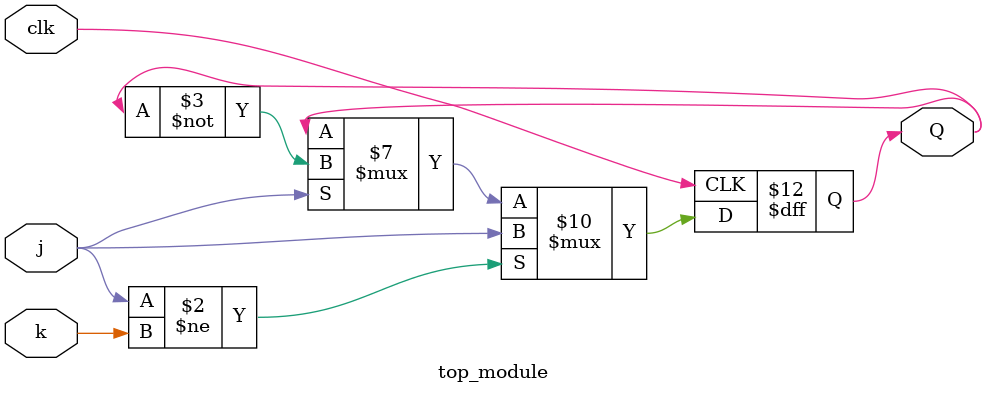
<source format=v>
module top_module (
    input wire clk,
    input wire j,
    input wire k,
    output reg Q
    );
    
    always @(posedge clk) begin
        if (j!=k)
            Q <= j;
        else if (j)
            Q <= ~Q;
        else if (~j)
            Q <= Q;
    end

endmodule
</source>
